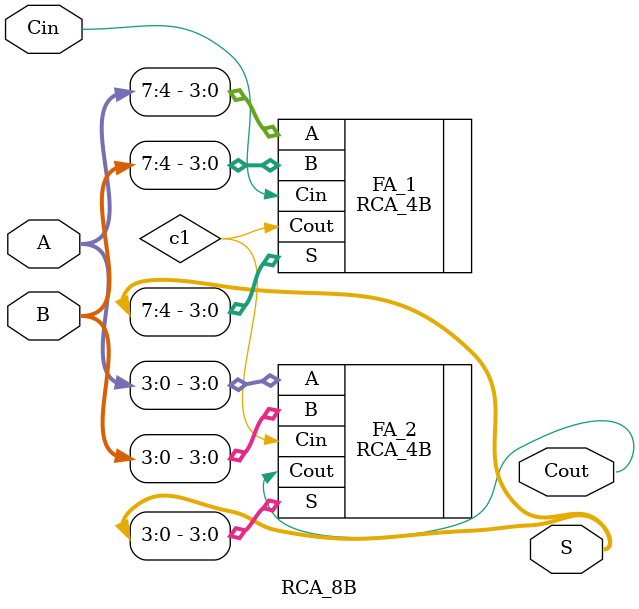
<source format=sv>
`timescale 1ns / 1ps


module RCA_8B(
    input [7:0] A,
    input [7:0] B,
    input Cin,
    output [7:0] S,
    output Cout
    );
    
    logic c1;
    
    RCA_4B FA_1 (.A(A[7:4]), .B(B[7:4]), .Cin(Cin), .S(S[7:4]), .Cout(c1)); 
    RCA_4B FA_2 (.A(A[3:0]), .B(B[3:0]), .Cin(c1), .S(S[3:0]), .Cout(Cout));
    
endmodule

</source>
